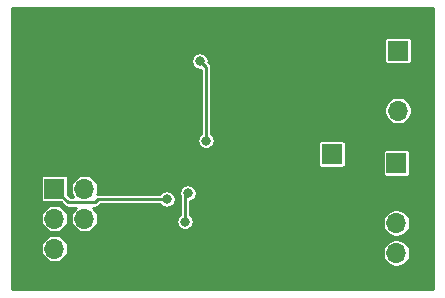
<source format=gbr>
G04 #@! TF.GenerationSoftware,KiCad,Pcbnew,(5.1.10)-1*
G04 #@! TF.CreationDate,2021-05-22T21:50:54-07:00*
G04 #@! TF.ProjectId,E-Bike,452d4269-6b65-42e6-9b69-6361645f7063,rev?*
G04 #@! TF.SameCoordinates,PX619eb90PY83695b8*
G04 #@! TF.FileFunction,Copper,L2,Bot*
G04 #@! TF.FilePolarity,Positive*
%FSLAX45Y45*%
G04 Gerber Fmt 4.5, Leading zero omitted, Abs format (unit mm)*
G04 Created by KiCad (PCBNEW (5.1.10)-1) date 2021-05-22 21:50:54*
%MOMM*%
%LPD*%
G01*
G04 APERTURE LIST*
G04 #@! TA.AperFunction,ComponentPad*
%ADD10O,1.700000X1.700000*%
G04 #@! TD*
G04 #@! TA.AperFunction,ComponentPad*
%ADD11R,1.700000X1.700000*%
G04 #@! TD*
G04 #@! TA.AperFunction,ViaPad*
%ADD12C,0.800000*%
G04 #@! TD*
G04 #@! TA.AperFunction,Conductor*
%ADD13C,0.250000*%
G04 #@! TD*
G04 #@! TA.AperFunction,Conductor*
%ADD14C,0.254000*%
G04 #@! TD*
G04 #@! TA.AperFunction,Conductor*
%ADD15C,0.100000*%
G04 #@! TD*
G04 APERTURE END LIST*
D10*
X2667000Y850900D03*
D11*
X2667000Y1104900D03*
D10*
X571500Y304800D03*
X317500Y304800D03*
X571500Y558800D03*
X317500Y558800D03*
X571500Y812800D03*
D11*
X317500Y812800D03*
D10*
X3225800Y1473200D03*
X3225800Y1727200D03*
D11*
X3225800Y1981200D03*
D10*
X3213100Y266700D03*
X3213100Y520700D03*
X3213100Y774700D03*
D11*
X3213100Y1028700D03*
D12*
X0Y2298700D03*
X0Y0D03*
X3479800Y2298700D03*
X508000Y0D03*
X1117600Y0D03*
X1714500Y0D03*
X2311400Y0D03*
X2882900Y0D03*
X3479800Y0D03*
X3479800Y381000D03*
X3479800Y774700D03*
X3479800Y1143000D03*
X3479800Y1536700D03*
X3479800Y1930400D03*
X508000Y2298700D03*
X2311400Y2298700D03*
X1117600Y2298700D03*
X1714500Y2298700D03*
X2882900Y2298700D03*
X0Y774700D03*
X0Y1143000D03*
X0Y1930400D03*
X0Y381000D03*
X0Y1536700D03*
X292100Y1143000D03*
X660400Y1612900D03*
X762000Y1612900D03*
X660400Y1511300D03*
X762000Y1511300D03*
X660400Y1409700D03*
X762000Y1409700D03*
X1104900Y1422400D03*
X2792700Y1878300D03*
X2311400Y1600200D03*
X1727200Y1587500D03*
X2006600Y800100D03*
X2222500Y647700D03*
X1549400Y469900D03*
X1066800Y609600D03*
X3098800Y1358900D03*
X1600200Y1219200D03*
X1549400Y1892300D03*
X1422400Y533400D03*
X1447800Y774700D03*
X1270000Y723900D03*
D13*
X1600200Y1219200D02*
X1600200Y1841500D01*
X1600200Y1841500D02*
X1549400Y1892300D01*
X1422400Y533400D02*
X1422400Y749300D01*
X1422400Y749300D02*
X1447800Y774700D01*
X1270000Y723900D02*
X685800Y723900D01*
X657200Y695300D02*
X435000Y695300D01*
X435000Y695300D02*
X317500Y812800D01*
X685800Y723900D02*
X657200Y695300D01*
D14*
X3520800Y-41000D02*
X-41000Y-41000D01*
X-41000Y316392D01*
X199800Y316392D01*
X199800Y293208D01*
X204323Y270468D01*
X213196Y249048D01*
X226076Y229771D01*
X242471Y213376D01*
X261748Y200496D01*
X283168Y191623D01*
X305908Y187100D01*
X329092Y187100D01*
X351832Y191623D01*
X373252Y200496D01*
X392529Y213376D01*
X408924Y229771D01*
X421804Y249048D01*
X430677Y270468D01*
X432233Y278292D01*
X3095400Y278292D01*
X3095400Y255108D01*
X3099923Y232368D01*
X3108796Y210948D01*
X3121676Y191671D01*
X3138071Y175276D01*
X3157348Y162396D01*
X3178768Y153523D01*
X3201508Y149000D01*
X3224692Y149000D01*
X3247432Y153523D01*
X3268852Y162396D01*
X3288129Y175276D01*
X3304524Y191671D01*
X3317404Y210948D01*
X3326277Y232368D01*
X3330800Y255108D01*
X3330800Y278292D01*
X3326277Y301032D01*
X3317404Y322452D01*
X3304524Y341729D01*
X3288129Y358124D01*
X3268852Y371004D01*
X3247432Y379877D01*
X3224692Y384400D01*
X3201508Y384400D01*
X3178768Y379877D01*
X3157348Y371004D01*
X3138071Y358124D01*
X3121676Y341729D01*
X3108796Y322452D01*
X3099923Y301032D01*
X3095400Y278292D01*
X432233Y278292D01*
X435200Y293208D01*
X435200Y316392D01*
X430677Y339132D01*
X421804Y360552D01*
X408924Y379829D01*
X392529Y396224D01*
X373252Y409104D01*
X351832Y417977D01*
X329092Y422500D01*
X305908Y422500D01*
X283168Y417977D01*
X261748Y409104D01*
X242471Y396224D01*
X226076Y379829D01*
X213196Y360552D01*
X204323Y339132D01*
X199800Y316392D01*
X-41000Y316392D01*
X-41000Y570392D01*
X199800Y570392D01*
X199800Y547208D01*
X204323Y524468D01*
X213196Y503048D01*
X226076Y483771D01*
X242471Y467376D01*
X261748Y454496D01*
X283168Y445623D01*
X305908Y441100D01*
X329092Y441100D01*
X351832Y445623D01*
X373252Y454496D01*
X392529Y467376D01*
X408924Y483771D01*
X421804Y503048D01*
X430677Y524468D01*
X435200Y547208D01*
X435200Y570392D01*
X430677Y593132D01*
X421804Y614552D01*
X408924Y633829D01*
X392529Y650224D01*
X373252Y663104D01*
X351832Y671977D01*
X329092Y676500D01*
X305908Y676500D01*
X283168Y671977D01*
X261748Y663104D01*
X242471Y650224D01*
X226076Y633829D01*
X213196Y614552D01*
X204323Y593132D01*
X199800Y570392D01*
X-41000Y570392D01*
X-41000Y897800D01*
X199642Y897800D01*
X199642Y727800D01*
X200273Y721390D01*
X202143Y715226D01*
X205179Y709545D01*
X209266Y704566D01*
X214245Y700479D01*
X219926Y697443D01*
X226090Y695573D01*
X232500Y694942D01*
X371436Y694942D01*
X401469Y664909D01*
X402884Y663184D01*
X409767Y657536D01*
X417619Y653339D01*
X424156Y651356D01*
X426139Y650754D01*
X435000Y649881D01*
X437220Y650100D01*
X496347Y650100D01*
X480076Y633829D01*
X467196Y614552D01*
X458323Y593132D01*
X453800Y570392D01*
X453800Y547208D01*
X458323Y524468D01*
X467196Y503048D01*
X480076Y483771D01*
X496471Y467376D01*
X515748Y454496D01*
X537168Y445623D01*
X559908Y441100D01*
X583092Y441100D01*
X605832Y445623D01*
X627252Y454496D01*
X646529Y467376D01*
X662924Y483771D01*
X675804Y503048D01*
X684677Y524468D01*
X687878Y540560D01*
X1349700Y540560D01*
X1349700Y526240D01*
X1352494Y512194D01*
X1357974Y498964D01*
X1365930Y487056D01*
X1376056Y476930D01*
X1387964Y468974D01*
X1401194Y463494D01*
X1415240Y460700D01*
X1429560Y460700D01*
X1443606Y463494D01*
X1456836Y468974D01*
X1468744Y476930D01*
X1478870Y487056D01*
X1486826Y498964D01*
X1492306Y512194D01*
X1495100Y526240D01*
X1495100Y532292D01*
X3095400Y532292D01*
X3095400Y509108D01*
X3099923Y486368D01*
X3108796Y464948D01*
X3121676Y445671D01*
X3138071Y429276D01*
X3157348Y416396D01*
X3178768Y407523D01*
X3201508Y403000D01*
X3224692Y403000D01*
X3247432Y407523D01*
X3268852Y416396D01*
X3288129Y429276D01*
X3304524Y445671D01*
X3317404Y464948D01*
X3326277Y486368D01*
X3330800Y509108D01*
X3330800Y532292D01*
X3326277Y555032D01*
X3317404Y576452D01*
X3304524Y595729D01*
X3288129Y612124D01*
X3268852Y625004D01*
X3247432Y633877D01*
X3224692Y638400D01*
X3201508Y638400D01*
X3178768Y633877D01*
X3157348Y625004D01*
X3138071Y612124D01*
X3121676Y595729D01*
X3108796Y576452D01*
X3099923Y555032D01*
X3095400Y532292D01*
X1495100Y532292D01*
X1495100Y540560D01*
X1492306Y554606D01*
X1486826Y567836D01*
X1478870Y579744D01*
X1468744Y589870D01*
X1467600Y590634D01*
X1467600Y704514D01*
X1469006Y704794D01*
X1482236Y710274D01*
X1494144Y718230D01*
X1504270Y728356D01*
X1512226Y740264D01*
X1517706Y753494D01*
X1520500Y767540D01*
X1520500Y781860D01*
X1517706Y795906D01*
X1512226Y809136D01*
X1504270Y821044D01*
X1494144Y831170D01*
X1482236Y839126D01*
X1469006Y844606D01*
X1454960Y847400D01*
X1440640Y847400D01*
X1426594Y844606D01*
X1413364Y839126D01*
X1401456Y831170D01*
X1391330Y821044D01*
X1383374Y809136D01*
X1377894Y795906D01*
X1375100Y781860D01*
X1375100Y767540D01*
X1377560Y755173D01*
X1376981Y749300D01*
X1377200Y747078D01*
X1377200Y590634D01*
X1376056Y589870D01*
X1365930Y579744D01*
X1357974Y567836D01*
X1352494Y554606D01*
X1349700Y540560D01*
X687878Y540560D01*
X689200Y547208D01*
X689200Y570392D01*
X684677Y593132D01*
X675804Y614552D01*
X662924Y633829D01*
X646653Y650100D01*
X654979Y650100D01*
X657200Y649881D01*
X659420Y650100D01*
X666061Y650754D01*
X674581Y653339D01*
X682433Y657536D01*
X689316Y663184D01*
X690732Y664910D01*
X704522Y678700D01*
X1212766Y678700D01*
X1213530Y677556D01*
X1223656Y667430D01*
X1235564Y659474D01*
X1248794Y653994D01*
X1262840Y651200D01*
X1277160Y651200D01*
X1291206Y653994D01*
X1304436Y659474D01*
X1316344Y667430D01*
X1326470Y677556D01*
X1334426Y689464D01*
X1339906Y702694D01*
X1342700Y716740D01*
X1342700Y731060D01*
X1339906Y745106D01*
X1334426Y758336D01*
X1326470Y770244D01*
X1316344Y780370D01*
X1304436Y788326D01*
X1291206Y793806D01*
X1277160Y796600D01*
X1262840Y796600D01*
X1248794Y793806D01*
X1235564Y788326D01*
X1223656Y780370D01*
X1213530Y770244D01*
X1212766Y769100D01*
X688020Y769100D01*
X685800Y769319D01*
X683580Y769100D01*
X683580Y769100D01*
X680678Y768814D01*
X684677Y778468D01*
X689200Y801208D01*
X689200Y824392D01*
X684677Y847132D01*
X675804Y868552D01*
X662924Y887829D01*
X646529Y904224D01*
X627252Y917104D01*
X605832Y925977D01*
X583092Y930500D01*
X559908Y930500D01*
X537168Y925977D01*
X515748Y917104D01*
X496471Y904224D01*
X480076Y887829D01*
X467196Y868552D01*
X458323Y847132D01*
X453800Y824392D01*
X453800Y801208D01*
X458323Y778468D01*
X467196Y757048D01*
X478253Y740500D01*
X453723Y740500D01*
X435358Y758864D01*
X435358Y897800D01*
X434727Y904210D01*
X432857Y910374D01*
X429821Y916055D01*
X425734Y921034D01*
X420755Y925121D01*
X415074Y928157D01*
X408910Y930027D01*
X402500Y930658D01*
X232500Y930658D01*
X226090Y930027D01*
X219926Y928157D01*
X214245Y925121D01*
X209266Y921034D01*
X205179Y916055D01*
X202143Y910374D01*
X200273Y904210D01*
X199642Y897800D01*
X-41000Y897800D01*
X-41000Y1899460D01*
X1476700Y1899460D01*
X1476700Y1885140D01*
X1479494Y1871094D01*
X1484974Y1857864D01*
X1492930Y1845956D01*
X1503056Y1835830D01*
X1514964Y1827874D01*
X1528194Y1822394D01*
X1542240Y1819600D01*
X1555000Y1819600D01*
X1555000Y1276434D01*
X1553856Y1275670D01*
X1543730Y1265544D01*
X1535774Y1253636D01*
X1530294Y1240406D01*
X1527500Y1226360D01*
X1527500Y1212040D01*
X1530294Y1197994D01*
X1535774Y1184764D01*
X1543730Y1172856D01*
X1553856Y1162730D01*
X1565764Y1154774D01*
X1578994Y1149294D01*
X1593040Y1146500D01*
X1607360Y1146500D01*
X1621406Y1149294D01*
X1634636Y1154774D01*
X1646544Y1162730D01*
X1656670Y1172856D01*
X1664626Y1184764D01*
X1666753Y1189900D01*
X2549142Y1189900D01*
X2549142Y1019900D01*
X2549773Y1013490D01*
X2551643Y1007326D01*
X2554679Y1001645D01*
X2558766Y996666D01*
X2563745Y992579D01*
X2569426Y989543D01*
X2575590Y987673D01*
X2582000Y987042D01*
X2752000Y987042D01*
X2758410Y987673D01*
X2764574Y989543D01*
X2770255Y992579D01*
X2775234Y996666D01*
X2779321Y1001645D01*
X2782357Y1007326D01*
X2784227Y1013490D01*
X2784858Y1019900D01*
X2784858Y1113700D01*
X3095242Y1113700D01*
X3095242Y943700D01*
X3095873Y937290D01*
X3097743Y931126D01*
X3100779Y925445D01*
X3104866Y920466D01*
X3109845Y916379D01*
X3115526Y913343D01*
X3121690Y911473D01*
X3128100Y910842D01*
X3298100Y910842D01*
X3304510Y911473D01*
X3310674Y913343D01*
X3316355Y916379D01*
X3321334Y920466D01*
X3325421Y925445D01*
X3328457Y931126D01*
X3330327Y937290D01*
X3330958Y943700D01*
X3330958Y1113700D01*
X3330327Y1120110D01*
X3328457Y1126274D01*
X3325421Y1131955D01*
X3321334Y1136934D01*
X3316355Y1141021D01*
X3310674Y1144057D01*
X3304510Y1145927D01*
X3298100Y1146558D01*
X3128100Y1146558D01*
X3121690Y1145927D01*
X3115526Y1144057D01*
X3109845Y1141021D01*
X3104866Y1136934D01*
X3100779Y1131955D01*
X3097743Y1126274D01*
X3095873Y1120110D01*
X3095242Y1113700D01*
X2784858Y1113700D01*
X2784858Y1189900D01*
X2784227Y1196310D01*
X2782357Y1202474D01*
X2779321Y1208155D01*
X2775234Y1213134D01*
X2770255Y1217221D01*
X2764574Y1220257D01*
X2758410Y1222127D01*
X2752000Y1222758D01*
X2582000Y1222758D01*
X2575590Y1222127D01*
X2569426Y1220257D01*
X2563745Y1217221D01*
X2558766Y1213134D01*
X2554679Y1208155D01*
X2551643Y1202474D01*
X2549773Y1196310D01*
X2549142Y1189900D01*
X1666753Y1189900D01*
X1670106Y1197994D01*
X1672900Y1212040D01*
X1672900Y1226360D01*
X1670106Y1240406D01*
X1664626Y1253636D01*
X1656670Y1265544D01*
X1646544Y1275670D01*
X1645400Y1276434D01*
X1645400Y1484792D01*
X3108100Y1484792D01*
X3108100Y1461608D01*
X3112623Y1438868D01*
X3121496Y1417448D01*
X3134376Y1398171D01*
X3150771Y1381776D01*
X3170048Y1368896D01*
X3191468Y1360023D01*
X3214208Y1355500D01*
X3237392Y1355500D01*
X3260132Y1360023D01*
X3281552Y1368896D01*
X3300829Y1381776D01*
X3317224Y1398171D01*
X3330104Y1417448D01*
X3338977Y1438868D01*
X3343500Y1461608D01*
X3343500Y1484792D01*
X3338977Y1507532D01*
X3330104Y1528952D01*
X3317224Y1548229D01*
X3300829Y1564624D01*
X3281552Y1577504D01*
X3260132Y1586377D01*
X3237392Y1590900D01*
X3214208Y1590900D01*
X3191468Y1586377D01*
X3170048Y1577504D01*
X3150771Y1564624D01*
X3134376Y1548229D01*
X3121496Y1528952D01*
X3112623Y1507532D01*
X3108100Y1484792D01*
X1645400Y1484792D01*
X1645400Y1839280D01*
X1645619Y1841500D01*
X1645400Y1843720D01*
X1644746Y1850361D01*
X1642161Y1858881D01*
X1637964Y1866733D01*
X1632316Y1873616D01*
X1630591Y1875031D01*
X1621832Y1883791D01*
X1622100Y1885140D01*
X1622100Y1899460D01*
X1619306Y1913506D01*
X1613826Y1926736D01*
X1605870Y1938644D01*
X1595744Y1948770D01*
X1583836Y1956726D01*
X1570606Y1962206D01*
X1556560Y1965000D01*
X1542240Y1965000D01*
X1528194Y1962206D01*
X1514964Y1956726D01*
X1503056Y1948770D01*
X1492930Y1938644D01*
X1484974Y1926736D01*
X1479494Y1913506D01*
X1476700Y1899460D01*
X-41000Y1899460D01*
X-41000Y2066200D01*
X3107942Y2066200D01*
X3107942Y1896200D01*
X3108573Y1889790D01*
X3110443Y1883626D01*
X3113479Y1877945D01*
X3117566Y1872966D01*
X3122545Y1868879D01*
X3128226Y1865843D01*
X3134390Y1863973D01*
X3140800Y1863342D01*
X3310800Y1863342D01*
X3317210Y1863973D01*
X3323374Y1865843D01*
X3329055Y1868879D01*
X3334034Y1872966D01*
X3338121Y1877945D01*
X3341157Y1883626D01*
X3343027Y1889790D01*
X3343658Y1896200D01*
X3343658Y2066200D01*
X3343027Y2072610D01*
X3341157Y2078774D01*
X3338121Y2084455D01*
X3334034Y2089434D01*
X3329055Y2093521D01*
X3323374Y2096557D01*
X3317210Y2098427D01*
X3310800Y2099058D01*
X3140800Y2099058D01*
X3134390Y2098427D01*
X3128226Y2096557D01*
X3122545Y2093521D01*
X3117566Y2089434D01*
X3113479Y2084455D01*
X3110443Y2078774D01*
X3108573Y2072610D01*
X3107942Y2066200D01*
X-41000Y2066200D01*
X-41000Y2339700D01*
X3520800Y2339700D01*
X3520800Y-41000D01*
G04 #@! TA.AperFunction,Conductor*
D15*
G36*
X3520800Y-41000D02*
G01*
X-41000Y-41000D01*
X-41000Y316392D01*
X199800Y316392D01*
X199800Y293208D01*
X204323Y270468D01*
X213196Y249048D01*
X226076Y229771D01*
X242471Y213376D01*
X261748Y200496D01*
X283168Y191623D01*
X305908Y187100D01*
X329092Y187100D01*
X351832Y191623D01*
X373252Y200496D01*
X392529Y213376D01*
X408924Y229771D01*
X421804Y249048D01*
X430677Y270468D01*
X432233Y278292D01*
X3095400Y278292D01*
X3095400Y255108D01*
X3099923Y232368D01*
X3108796Y210948D01*
X3121676Y191671D01*
X3138071Y175276D01*
X3157348Y162396D01*
X3178768Y153523D01*
X3201508Y149000D01*
X3224692Y149000D01*
X3247432Y153523D01*
X3268852Y162396D01*
X3288129Y175276D01*
X3304524Y191671D01*
X3317404Y210948D01*
X3326277Y232368D01*
X3330800Y255108D01*
X3330800Y278292D01*
X3326277Y301032D01*
X3317404Y322452D01*
X3304524Y341729D01*
X3288129Y358124D01*
X3268852Y371004D01*
X3247432Y379877D01*
X3224692Y384400D01*
X3201508Y384400D01*
X3178768Y379877D01*
X3157348Y371004D01*
X3138071Y358124D01*
X3121676Y341729D01*
X3108796Y322452D01*
X3099923Y301032D01*
X3095400Y278292D01*
X432233Y278292D01*
X435200Y293208D01*
X435200Y316392D01*
X430677Y339132D01*
X421804Y360552D01*
X408924Y379829D01*
X392529Y396224D01*
X373252Y409104D01*
X351832Y417977D01*
X329092Y422500D01*
X305908Y422500D01*
X283168Y417977D01*
X261748Y409104D01*
X242471Y396224D01*
X226076Y379829D01*
X213196Y360552D01*
X204323Y339132D01*
X199800Y316392D01*
X-41000Y316392D01*
X-41000Y570392D01*
X199800Y570392D01*
X199800Y547208D01*
X204323Y524468D01*
X213196Y503048D01*
X226076Y483771D01*
X242471Y467376D01*
X261748Y454496D01*
X283168Y445623D01*
X305908Y441100D01*
X329092Y441100D01*
X351832Y445623D01*
X373252Y454496D01*
X392529Y467376D01*
X408924Y483771D01*
X421804Y503048D01*
X430677Y524468D01*
X435200Y547208D01*
X435200Y570392D01*
X430677Y593132D01*
X421804Y614552D01*
X408924Y633829D01*
X392529Y650224D01*
X373252Y663104D01*
X351832Y671977D01*
X329092Y676500D01*
X305908Y676500D01*
X283168Y671977D01*
X261748Y663104D01*
X242471Y650224D01*
X226076Y633829D01*
X213196Y614552D01*
X204323Y593132D01*
X199800Y570392D01*
X-41000Y570392D01*
X-41000Y897800D01*
X199642Y897800D01*
X199642Y727800D01*
X200273Y721390D01*
X202143Y715226D01*
X205179Y709545D01*
X209266Y704566D01*
X214245Y700479D01*
X219926Y697443D01*
X226090Y695573D01*
X232500Y694942D01*
X371436Y694942D01*
X401469Y664909D01*
X402884Y663184D01*
X409767Y657536D01*
X417619Y653339D01*
X424156Y651356D01*
X426139Y650754D01*
X435000Y649881D01*
X437220Y650100D01*
X496347Y650100D01*
X480076Y633829D01*
X467196Y614552D01*
X458323Y593132D01*
X453800Y570392D01*
X453800Y547208D01*
X458323Y524468D01*
X467196Y503048D01*
X480076Y483771D01*
X496471Y467376D01*
X515748Y454496D01*
X537168Y445623D01*
X559908Y441100D01*
X583092Y441100D01*
X605832Y445623D01*
X627252Y454496D01*
X646529Y467376D01*
X662924Y483771D01*
X675804Y503048D01*
X684677Y524468D01*
X687878Y540560D01*
X1349700Y540560D01*
X1349700Y526240D01*
X1352494Y512194D01*
X1357974Y498964D01*
X1365930Y487056D01*
X1376056Y476930D01*
X1387964Y468974D01*
X1401194Y463494D01*
X1415240Y460700D01*
X1429560Y460700D01*
X1443606Y463494D01*
X1456836Y468974D01*
X1468744Y476930D01*
X1478870Y487056D01*
X1486826Y498964D01*
X1492306Y512194D01*
X1495100Y526240D01*
X1495100Y532292D01*
X3095400Y532292D01*
X3095400Y509108D01*
X3099923Y486368D01*
X3108796Y464948D01*
X3121676Y445671D01*
X3138071Y429276D01*
X3157348Y416396D01*
X3178768Y407523D01*
X3201508Y403000D01*
X3224692Y403000D01*
X3247432Y407523D01*
X3268852Y416396D01*
X3288129Y429276D01*
X3304524Y445671D01*
X3317404Y464948D01*
X3326277Y486368D01*
X3330800Y509108D01*
X3330800Y532292D01*
X3326277Y555032D01*
X3317404Y576452D01*
X3304524Y595729D01*
X3288129Y612124D01*
X3268852Y625004D01*
X3247432Y633877D01*
X3224692Y638400D01*
X3201508Y638400D01*
X3178768Y633877D01*
X3157348Y625004D01*
X3138071Y612124D01*
X3121676Y595729D01*
X3108796Y576452D01*
X3099923Y555032D01*
X3095400Y532292D01*
X1495100Y532292D01*
X1495100Y540560D01*
X1492306Y554606D01*
X1486826Y567836D01*
X1478870Y579744D01*
X1468744Y589870D01*
X1467600Y590634D01*
X1467600Y704514D01*
X1469006Y704794D01*
X1482236Y710274D01*
X1494144Y718230D01*
X1504270Y728356D01*
X1512226Y740264D01*
X1517706Y753494D01*
X1520500Y767540D01*
X1520500Y781860D01*
X1517706Y795906D01*
X1512226Y809136D01*
X1504270Y821044D01*
X1494144Y831170D01*
X1482236Y839126D01*
X1469006Y844606D01*
X1454960Y847400D01*
X1440640Y847400D01*
X1426594Y844606D01*
X1413364Y839126D01*
X1401456Y831170D01*
X1391330Y821044D01*
X1383374Y809136D01*
X1377894Y795906D01*
X1375100Y781860D01*
X1375100Y767540D01*
X1377560Y755173D01*
X1376981Y749300D01*
X1377200Y747078D01*
X1377200Y590634D01*
X1376056Y589870D01*
X1365930Y579744D01*
X1357974Y567836D01*
X1352494Y554606D01*
X1349700Y540560D01*
X687878Y540560D01*
X689200Y547208D01*
X689200Y570392D01*
X684677Y593132D01*
X675804Y614552D01*
X662924Y633829D01*
X646653Y650100D01*
X654979Y650100D01*
X657200Y649881D01*
X659420Y650100D01*
X666061Y650754D01*
X674581Y653339D01*
X682433Y657536D01*
X689316Y663184D01*
X690732Y664910D01*
X704522Y678700D01*
X1212766Y678700D01*
X1213530Y677556D01*
X1223656Y667430D01*
X1235564Y659474D01*
X1248794Y653994D01*
X1262840Y651200D01*
X1277160Y651200D01*
X1291206Y653994D01*
X1304436Y659474D01*
X1316344Y667430D01*
X1326470Y677556D01*
X1334426Y689464D01*
X1339906Y702694D01*
X1342700Y716740D01*
X1342700Y731060D01*
X1339906Y745106D01*
X1334426Y758336D01*
X1326470Y770244D01*
X1316344Y780370D01*
X1304436Y788326D01*
X1291206Y793806D01*
X1277160Y796600D01*
X1262840Y796600D01*
X1248794Y793806D01*
X1235564Y788326D01*
X1223656Y780370D01*
X1213530Y770244D01*
X1212766Y769100D01*
X688020Y769100D01*
X685800Y769319D01*
X683580Y769100D01*
X683580Y769100D01*
X680678Y768814D01*
X684677Y778468D01*
X689200Y801208D01*
X689200Y824392D01*
X684677Y847132D01*
X675804Y868552D01*
X662924Y887829D01*
X646529Y904224D01*
X627252Y917104D01*
X605832Y925977D01*
X583092Y930500D01*
X559908Y930500D01*
X537168Y925977D01*
X515748Y917104D01*
X496471Y904224D01*
X480076Y887829D01*
X467196Y868552D01*
X458323Y847132D01*
X453800Y824392D01*
X453800Y801208D01*
X458323Y778468D01*
X467196Y757048D01*
X478253Y740500D01*
X453723Y740500D01*
X435358Y758864D01*
X435358Y897800D01*
X434727Y904210D01*
X432857Y910374D01*
X429821Y916055D01*
X425734Y921034D01*
X420755Y925121D01*
X415074Y928157D01*
X408910Y930027D01*
X402500Y930658D01*
X232500Y930658D01*
X226090Y930027D01*
X219926Y928157D01*
X214245Y925121D01*
X209266Y921034D01*
X205179Y916055D01*
X202143Y910374D01*
X200273Y904210D01*
X199642Y897800D01*
X-41000Y897800D01*
X-41000Y1899460D01*
X1476700Y1899460D01*
X1476700Y1885140D01*
X1479494Y1871094D01*
X1484974Y1857864D01*
X1492930Y1845956D01*
X1503056Y1835830D01*
X1514964Y1827874D01*
X1528194Y1822394D01*
X1542240Y1819600D01*
X1555000Y1819600D01*
X1555000Y1276434D01*
X1553856Y1275670D01*
X1543730Y1265544D01*
X1535774Y1253636D01*
X1530294Y1240406D01*
X1527500Y1226360D01*
X1527500Y1212040D01*
X1530294Y1197994D01*
X1535774Y1184764D01*
X1543730Y1172856D01*
X1553856Y1162730D01*
X1565764Y1154774D01*
X1578994Y1149294D01*
X1593040Y1146500D01*
X1607360Y1146500D01*
X1621406Y1149294D01*
X1634636Y1154774D01*
X1646544Y1162730D01*
X1656670Y1172856D01*
X1664626Y1184764D01*
X1666753Y1189900D01*
X2549142Y1189900D01*
X2549142Y1019900D01*
X2549773Y1013490D01*
X2551643Y1007326D01*
X2554679Y1001645D01*
X2558766Y996666D01*
X2563745Y992579D01*
X2569426Y989543D01*
X2575590Y987673D01*
X2582000Y987042D01*
X2752000Y987042D01*
X2758410Y987673D01*
X2764574Y989543D01*
X2770255Y992579D01*
X2775234Y996666D01*
X2779321Y1001645D01*
X2782357Y1007326D01*
X2784227Y1013490D01*
X2784858Y1019900D01*
X2784858Y1113700D01*
X3095242Y1113700D01*
X3095242Y943700D01*
X3095873Y937290D01*
X3097743Y931126D01*
X3100779Y925445D01*
X3104866Y920466D01*
X3109845Y916379D01*
X3115526Y913343D01*
X3121690Y911473D01*
X3128100Y910842D01*
X3298100Y910842D01*
X3304510Y911473D01*
X3310674Y913343D01*
X3316355Y916379D01*
X3321334Y920466D01*
X3325421Y925445D01*
X3328457Y931126D01*
X3330327Y937290D01*
X3330958Y943700D01*
X3330958Y1113700D01*
X3330327Y1120110D01*
X3328457Y1126274D01*
X3325421Y1131955D01*
X3321334Y1136934D01*
X3316355Y1141021D01*
X3310674Y1144057D01*
X3304510Y1145927D01*
X3298100Y1146558D01*
X3128100Y1146558D01*
X3121690Y1145927D01*
X3115526Y1144057D01*
X3109845Y1141021D01*
X3104866Y1136934D01*
X3100779Y1131955D01*
X3097743Y1126274D01*
X3095873Y1120110D01*
X3095242Y1113700D01*
X2784858Y1113700D01*
X2784858Y1189900D01*
X2784227Y1196310D01*
X2782357Y1202474D01*
X2779321Y1208155D01*
X2775234Y1213134D01*
X2770255Y1217221D01*
X2764574Y1220257D01*
X2758410Y1222127D01*
X2752000Y1222758D01*
X2582000Y1222758D01*
X2575590Y1222127D01*
X2569426Y1220257D01*
X2563745Y1217221D01*
X2558766Y1213134D01*
X2554679Y1208155D01*
X2551643Y1202474D01*
X2549773Y1196310D01*
X2549142Y1189900D01*
X1666753Y1189900D01*
X1670106Y1197994D01*
X1672900Y1212040D01*
X1672900Y1226360D01*
X1670106Y1240406D01*
X1664626Y1253636D01*
X1656670Y1265544D01*
X1646544Y1275670D01*
X1645400Y1276434D01*
X1645400Y1484792D01*
X3108100Y1484792D01*
X3108100Y1461608D01*
X3112623Y1438868D01*
X3121496Y1417448D01*
X3134376Y1398171D01*
X3150771Y1381776D01*
X3170048Y1368896D01*
X3191468Y1360023D01*
X3214208Y1355500D01*
X3237392Y1355500D01*
X3260132Y1360023D01*
X3281552Y1368896D01*
X3300829Y1381776D01*
X3317224Y1398171D01*
X3330104Y1417448D01*
X3338977Y1438868D01*
X3343500Y1461608D01*
X3343500Y1484792D01*
X3338977Y1507532D01*
X3330104Y1528952D01*
X3317224Y1548229D01*
X3300829Y1564624D01*
X3281552Y1577504D01*
X3260132Y1586377D01*
X3237392Y1590900D01*
X3214208Y1590900D01*
X3191468Y1586377D01*
X3170048Y1577504D01*
X3150771Y1564624D01*
X3134376Y1548229D01*
X3121496Y1528952D01*
X3112623Y1507532D01*
X3108100Y1484792D01*
X1645400Y1484792D01*
X1645400Y1839280D01*
X1645619Y1841500D01*
X1645400Y1843720D01*
X1644746Y1850361D01*
X1642161Y1858881D01*
X1637964Y1866733D01*
X1632316Y1873616D01*
X1630591Y1875031D01*
X1621832Y1883791D01*
X1622100Y1885140D01*
X1622100Y1899460D01*
X1619306Y1913506D01*
X1613826Y1926736D01*
X1605870Y1938644D01*
X1595744Y1948770D01*
X1583836Y1956726D01*
X1570606Y1962206D01*
X1556560Y1965000D01*
X1542240Y1965000D01*
X1528194Y1962206D01*
X1514964Y1956726D01*
X1503056Y1948770D01*
X1492930Y1938644D01*
X1484974Y1926736D01*
X1479494Y1913506D01*
X1476700Y1899460D01*
X-41000Y1899460D01*
X-41000Y2066200D01*
X3107942Y2066200D01*
X3107942Y1896200D01*
X3108573Y1889790D01*
X3110443Y1883626D01*
X3113479Y1877945D01*
X3117566Y1872966D01*
X3122545Y1868879D01*
X3128226Y1865843D01*
X3134390Y1863973D01*
X3140800Y1863342D01*
X3310800Y1863342D01*
X3317210Y1863973D01*
X3323374Y1865843D01*
X3329055Y1868879D01*
X3334034Y1872966D01*
X3338121Y1877945D01*
X3341157Y1883626D01*
X3343027Y1889790D01*
X3343658Y1896200D01*
X3343658Y2066200D01*
X3343027Y2072610D01*
X3341157Y2078774D01*
X3338121Y2084455D01*
X3334034Y2089434D01*
X3329055Y2093521D01*
X3323374Y2096557D01*
X3317210Y2098427D01*
X3310800Y2099058D01*
X3140800Y2099058D01*
X3134390Y2098427D01*
X3128226Y2096557D01*
X3122545Y2093521D01*
X3117566Y2089434D01*
X3113479Y2084455D01*
X3110443Y2078774D01*
X3108573Y2072610D01*
X3107942Y2066200D01*
X-41000Y2066200D01*
X-41000Y2339700D01*
X3520800Y2339700D01*
X3520800Y-41000D01*
G37*
G04 #@! TD.AperFunction*
M02*

</source>
